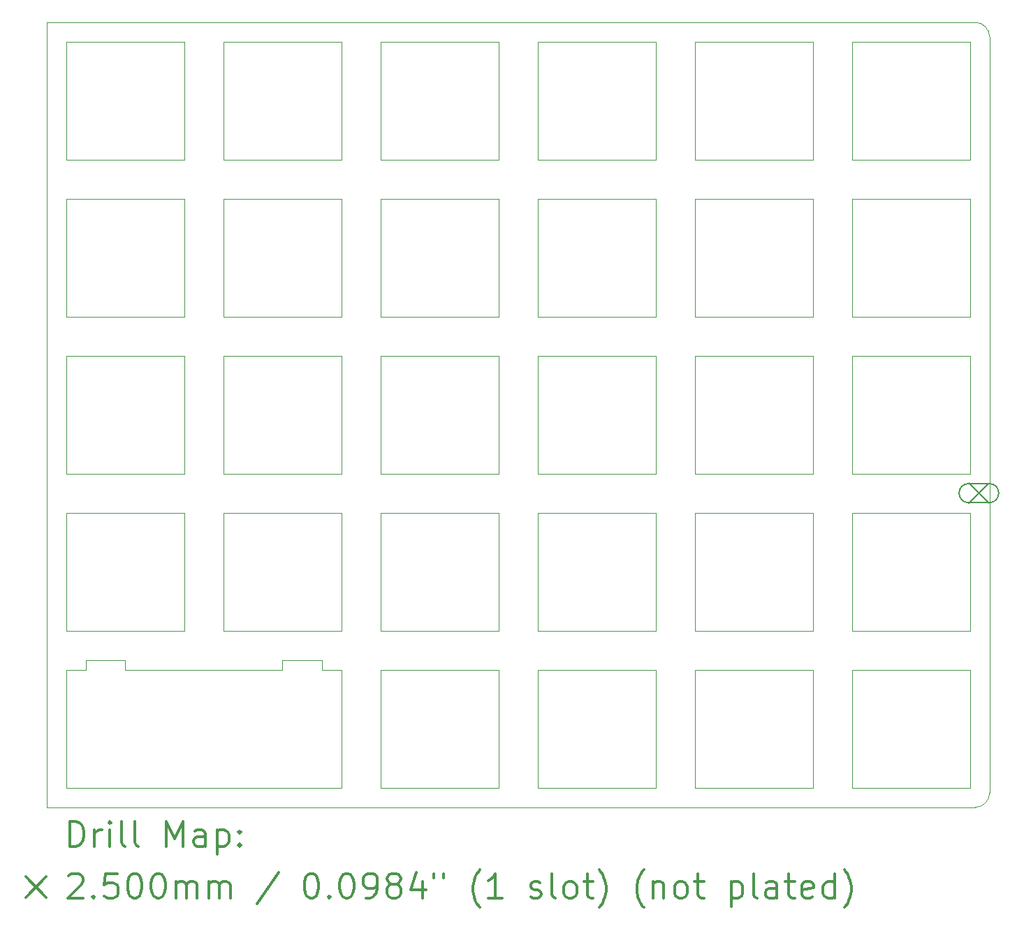
<source format=gbr>
%FSLAX45Y45*%
G04 Gerber Fmt 4.5, Leading zero omitted, Abs format (unit mm)*
G04 Created by KiCad (PCBNEW 5.1.10-88a1d61d58~90~ubuntu21.04.1) date 2021-08-14 22:31:23*
%MOMM*%
%LPD*%
G01*
G04 APERTURE LIST*
%TA.AperFunction,Profile*%
%ADD10C,0.100000*%
%TD*%
%ADD11C,0.200000*%
%ADD12C,0.300000*%
G04 APERTURE END LIST*
D10*
X10239384Y-14525637D02*
X21490799Y-14525637D01*
X10239384Y-5000629D02*
X10239384Y-14525637D01*
X21490799Y-5000629D02*
X10239384Y-5000629D01*
X10477500Y-14287500D02*
X10477500Y-12858750D01*
X13811250Y-14287500D02*
X13811250Y-12858750D01*
X13573136Y-12858761D02*
X13573136Y-12739698D01*
X10715634Y-12739698D02*
X10715634Y-12858761D01*
X13096886Y-12739698D02*
X13096886Y-12858761D01*
X13573136Y-12858761D02*
X13811262Y-12858761D01*
X11191884Y-12739698D02*
X10715634Y-12739698D01*
X10477500Y-12858750D02*
X10715634Y-12858761D01*
X13811250Y-14287500D02*
X10477500Y-14287500D01*
X14287500Y-12858750D02*
X14287500Y-14287500D01*
X17621250Y-14287500D02*
X16192500Y-14287500D01*
X11191884Y-12858761D02*
X11191884Y-12739698D01*
X13573136Y-12739698D02*
X13096886Y-12739698D01*
X18097500Y-12858750D02*
X19526250Y-12858750D01*
X17621250Y-12858750D02*
X17621250Y-14287500D01*
X15716250Y-12858750D02*
X14287500Y-12858750D01*
X16192500Y-12858750D02*
X17621250Y-12858750D01*
X20002500Y-14287500D02*
X20002500Y-12858750D01*
X18097500Y-14287500D02*
X18097500Y-12858750D01*
X19526250Y-14287500D02*
X18097500Y-14287500D01*
X14287500Y-14287500D02*
X15716250Y-14287500D01*
X15716250Y-14287500D02*
X15716250Y-12858750D01*
X16192500Y-14287500D02*
X16192500Y-12858750D01*
X19526250Y-12858750D02*
X19526250Y-14287500D01*
X11191884Y-12858761D02*
X13096886Y-12858761D01*
X10477500Y-10477500D02*
X10477500Y-9048750D01*
X12382500Y-10477500D02*
X13811250Y-10477500D01*
X17621250Y-9048750D02*
X17621250Y-10477500D01*
X10477500Y-12382500D02*
X10477500Y-10953750D01*
X19526250Y-10953750D02*
X19526250Y-12382500D01*
X11906250Y-12382500D02*
X10477500Y-12382500D01*
X10477500Y-10953750D02*
X11906250Y-10953750D01*
X15716250Y-12382500D02*
X15716250Y-10953750D01*
X15716250Y-10953750D02*
X14287500Y-10953750D01*
X12382500Y-12382500D02*
X13811250Y-12382500D01*
X13811250Y-12382500D02*
X13811250Y-10953750D01*
X18097500Y-12382500D02*
X18097500Y-10953750D01*
X16192500Y-12382500D02*
X16192500Y-10953750D01*
X14287500Y-12382500D02*
X15716250Y-12382500D01*
X17621250Y-12382500D02*
X16192500Y-12382500D01*
X11906250Y-10953750D02*
X11906250Y-12382500D01*
X17621250Y-10953750D02*
X17621250Y-12382500D01*
X14287500Y-10953750D02*
X14287500Y-12382500D01*
X12382500Y-10953750D02*
X12382500Y-12382500D01*
X16192500Y-10953750D02*
X17621250Y-10953750D01*
X18097500Y-10953750D02*
X19526250Y-10953750D01*
X19526250Y-12382500D02*
X18097500Y-12382500D01*
X13811250Y-10953750D02*
X12382500Y-10953750D01*
X20002500Y-12382500D02*
X20002500Y-10953750D01*
X11906250Y-10477500D02*
X10477500Y-10477500D01*
X16192500Y-10477500D02*
X16192500Y-9048750D01*
X10477500Y-9048750D02*
X11906250Y-9048750D01*
X18097500Y-9048750D02*
X19526250Y-9048750D01*
X12382500Y-9048750D02*
X12382500Y-10477500D01*
X15716250Y-9048750D02*
X14287500Y-9048750D01*
X14287500Y-9048750D02*
X14287500Y-10477500D01*
X15716250Y-10477500D02*
X15716250Y-9048750D01*
X13811250Y-10477500D02*
X13811250Y-9048750D01*
X14287500Y-10477500D02*
X15716250Y-10477500D01*
X20002500Y-10477500D02*
X20002500Y-9048750D01*
X19526250Y-9048750D02*
X19526250Y-10477500D01*
X11906250Y-8572500D02*
X10477500Y-8572500D01*
X10477500Y-7143750D02*
X11906250Y-7143750D01*
X16192500Y-8572500D02*
X16192500Y-7143750D01*
X19526250Y-7143750D02*
X19526250Y-8572500D01*
X20002500Y-8572500D02*
X20002500Y-7143750D01*
X12382500Y-7143750D02*
X12382500Y-8572500D01*
X20002500Y-6667500D02*
X20002500Y-5238750D01*
X18097500Y-6667500D02*
X18097500Y-5238750D01*
X19526250Y-6667500D02*
X18097500Y-6667500D01*
X19526250Y-5238750D02*
X19526250Y-6667500D01*
X18097500Y-5238750D02*
X19526250Y-5238750D01*
X16192500Y-6667500D02*
X16192500Y-5238750D01*
X17621250Y-6667500D02*
X16192500Y-6667500D01*
X17621250Y-5238750D02*
X17621250Y-6667500D01*
X16192500Y-5238750D02*
X17621250Y-5238750D01*
X15716250Y-5238750D02*
X14287500Y-5238750D01*
X15716250Y-6667500D02*
X15716250Y-5238750D01*
X14287500Y-6667500D02*
X15716250Y-6667500D01*
X14287500Y-5238750D02*
X14287500Y-6667500D01*
X13811250Y-5238750D02*
X12382500Y-5238750D01*
X13811250Y-6667500D02*
X13811250Y-5238750D01*
X12382500Y-6667500D02*
X13811250Y-6667500D01*
X12382500Y-5238750D02*
X12382500Y-6667500D01*
X10477500Y-6667500D02*
X10477500Y-5238750D01*
X11906250Y-6667500D02*
X10477500Y-6667500D01*
X11906250Y-5238750D02*
X11906250Y-6667500D01*
X10477500Y-5238750D02*
X11906250Y-5238750D01*
X18097500Y-10477500D02*
X18097500Y-9048750D01*
X17621250Y-10477500D02*
X16192500Y-10477500D01*
X19526250Y-10477500D02*
X18097500Y-10477500D01*
X16192500Y-9048750D02*
X17621250Y-9048750D01*
X13811250Y-9048750D02*
X12382500Y-9048750D01*
X11906250Y-9048750D02*
X11906250Y-10477500D01*
X12382500Y-8572500D02*
X13811250Y-8572500D01*
X15716250Y-8572500D02*
X15716250Y-7143750D01*
X14287500Y-7143750D02*
X14287500Y-8572500D01*
X14287500Y-8572500D02*
X15716250Y-8572500D01*
X10477500Y-8572500D02*
X10477500Y-7143750D01*
X17621250Y-7143750D02*
X17621250Y-8572500D01*
X15716250Y-7143750D02*
X14287500Y-7143750D01*
X18097500Y-7143750D02*
X19526250Y-7143750D01*
X13811250Y-8572500D02*
X13811250Y-7143750D01*
X13811250Y-7143750D02*
X12382500Y-7143750D01*
X11906250Y-7143750D02*
X11906250Y-8572500D01*
X19526250Y-8572500D02*
X18097500Y-8572500D01*
X16192500Y-7143750D02*
X17621250Y-7143750D01*
X18097500Y-8572500D02*
X18097500Y-7143750D01*
X17621250Y-8572500D02*
X16192500Y-8572500D01*
X20002500Y-9048750D02*
X21431250Y-9048750D01*
X21431250Y-9048750D02*
X21431250Y-10477500D01*
X21431250Y-10477500D02*
X20002500Y-10477509D01*
X21431250Y-7143750D02*
X21431250Y-8572500D01*
X21431250Y-8572500D02*
X20002500Y-8572500D01*
X21431250Y-6667500D02*
X20002500Y-6667500D01*
X21431250Y-5238750D02*
X21431250Y-6667500D01*
X20002500Y-5238750D02*
X21431250Y-5238750D01*
X20002500Y-7143750D02*
X21431250Y-7143750D01*
X21431250Y-14287500D02*
X20002500Y-14287500D01*
X20002500Y-12858750D02*
X21431250Y-12858750D01*
X21431250Y-12858750D02*
X21431250Y-14287500D01*
X20002500Y-10953750D02*
X21431250Y-10953750D01*
X21431250Y-12382500D02*
X20002500Y-12382500D01*
X21431250Y-10953750D02*
X21431250Y-12382500D01*
X21669393Y-5179223D02*
X21669393Y-14347043D01*
X21669393Y-14347043D02*
G75*
G02*
X21490799Y-14525637I-178594J0D01*
G01*
X21490799Y-5000629D02*
G75*
G02*
X21669393Y-5179223I0J-178594D01*
G01*
D11*
X21414200Y-10587450D02*
X21664200Y-10837450D01*
X21664200Y-10587450D02*
X21414200Y-10837450D01*
X21414200Y-10827450D02*
X21664200Y-10827450D01*
X21414200Y-10597450D02*
X21664200Y-10597450D01*
X21664200Y-10827450D02*
G75*
G03*
X21664200Y-10597450I0J115000D01*
G01*
X21414200Y-10597450D02*
G75*
G03*
X21414200Y-10827450I0J-115000D01*
G01*
D12*
X10520812Y-14996351D02*
X10520812Y-14696351D01*
X10592241Y-14696351D01*
X10635098Y-14710637D01*
X10663669Y-14739209D01*
X10677955Y-14767780D01*
X10692241Y-14824923D01*
X10692241Y-14867780D01*
X10677955Y-14924923D01*
X10663669Y-14953494D01*
X10635098Y-14982066D01*
X10592241Y-14996351D01*
X10520812Y-14996351D01*
X10820812Y-14996351D02*
X10820812Y-14796351D01*
X10820812Y-14853494D02*
X10835098Y-14824923D01*
X10849384Y-14810637D01*
X10877955Y-14796351D01*
X10906526Y-14796351D01*
X11006526Y-14996351D02*
X11006526Y-14796351D01*
X11006526Y-14696351D02*
X10992241Y-14710637D01*
X11006526Y-14724923D01*
X11020812Y-14710637D01*
X11006526Y-14696351D01*
X11006526Y-14724923D01*
X11192241Y-14996351D02*
X11163669Y-14982066D01*
X11149384Y-14953494D01*
X11149384Y-14696351D01*
X11349383Y-14996351D02*
X11320812Y-14982066D01*
X11306526Y-14953494D01*
X11306526Y-14696351D01*
X11692241Y-14996351D02*
X11692241Y-14696351D01*
X11792241Y-14910637D01*
X11892241Y-14696351D01*
X11892241Y-14996351D01*
X12163669Y-14996351D02*
X12163669Y-14839209D01*
X12149383Y-14810637D01*
X12120812Y-14796351D01*
X12063669Y-14796351D01*
X12035098Y-14810637D01*
X12163669Y-14982066D02*
X12135098Y-14996351D01*
X12063669Y-14996351D01*
X12035098Y-14982066D01*
X12020812Y-14953494D01*
X12020812Y-14924923D01*
X12035098Y-14896351D01*
X12063669Y-14882066D01*
X12135098Y-14882066D01*
X12163669Y-14867780D01*
X12306526Y-14796351D02*
X12306526Y-15096351D01*
X12306526Y-14810637D02*
X12335098Y-14796351D01*
X12392241Y-14796351D01*
X12420812Y-14810637D01*
X12435098Y-14824923D01*
X12449383Y-14853494D01*
X12449383Y-14939209D01*
X12435098Y-14967780D01*
X12420812Y-14982066D01*
X12392241Y-14996351D01*
X12335098Y-14996351D01*
X12306526Y-14982066D01*
X12577955Y-14967780D02*
X12592241Y-14982066D01*
X12577955Y-14996351D01*
X12563669Y-14982066D01*
X12577955Y-14967780D01*
X12577955Y-14996351D01*
X12577955Y-14810637D02*
X12592241Y-14824923D01*
X12577955Y-14839209D01*
X12563669Y-14824923D01*
X12577955Y-14810637D01*
X12577955Y-14839209D01*
X9984384Y-15365637D02*
X10234384Y-15615637D01*
X10234384Y-15365637D02*
X9984384Y-15615637D01*
X10506526Y-15354923D02*
X10520812Y-15340637D01*
X10549384Y-15326351D01*
X10620812Y-15326351D01*
X10649384Y-15340637D01*
X10663669Y-15354923D01*
X10677955Y-15383494D01*
X10677955Y-15412066D01*
X10663669Y-15454923D01*
X10492241Y-15626351D01*
X10677955Y-15626351D01*
X10806526Y-15597780D02*
X10820812Y-15612066D01*
X10806526Y-15626351D01*
X10792241Y-15612066D01*
X10806526Y-15597780D01*
X10806526Y-15626351D01*
X11092241Y-15326351D02*
X10949384Y-15326351D01*
X10935098Y-15469209D01*
X10949384Y-15454923D01*
X10977955Y-15440637D01*
X11049384Y-15440637D01*
X11077955Y-15454923D01*
X11092241Y-15469209D01*
X11106526Y-15497780D01*
X11106526Y-15569209D01*
X11092241Y-15597780D01*
X11077955Y-15612066D01*
X11049384Y-15626351D01*
X10977955Y-15626351D01*
X10949384Y-15612066D01*
X10935098Y-15597780D01*
X11292241Y-15326351D02*
X11320812Y-15326351D01*
X11349383Y-15340637D01*
X11363669Y-15354923D01*
X11377955Y-15383494D01*
X11392241Y-15440637D01*
X11392241Y-15512066D01*
X11377955Y-15569209D01*
X11363669Y-15597780D01*
X11349383Y-15612066D01*
X11320812Y-15626351D01*
X11292241Y-15626351D01*
X11263669Y-15612066D01*
X11249383Y-15597780D01*
X11235098Y-15569209D01*
X11220812Y-15512066D01*
X11220812Y-15440637D01*
X11235098Y-15383494D01*
X11249383Y-15354923D01*
X11263669Y-15340637D01*
X11292241Y-15326351D01*
X11577955Y-15326351D02*
X11606526Y-15326351D01*
X11635098Y-15340637D01*
X11649383Y-15354923D01*
X11663669Y-15383494D01*
X11677955Y-15440637D01*
X11677955Y-15512066D01*
X11663669Y-15569209D01*
X11649383Y-15597780D01*
X11635098Y-15612066D01*
X11606526Y-15626351D01*
X11577955Y-15626351D01*
X11549383Y-15612066D01*
X11535098Y-15597780D01*
X11520812Y-15569209D01*
X11506526Y-15512066D01*
X11506526Y-15440637D01*
X11520812Y-15383494D01*
X11535098Y-15354923D01*
X11549383Y-15340637D01*
X11577955Y-15326351D01*
X11806526Y-15626351D02*
X11806526Y-15426351D01*
X11806526Y-15454923D02*
X11820812Y-15440637D01*
X11849383Y-15426351D01*
X11892241Y-15426351D01*
X11920812Y-15440637D01*
X11935098Y-15469209D01*
X11935098Y-15626351D01*
X11935098Y-15469209D02*
X11949383Y-15440637D01*
X11977955Y-15426351D01*
X12020812Y-15426351D01*
X12049383Y-15440637D01*
X12063669Y-15469209D01*
X12063669Y-15626351D01*
X12206526Y-15626351D02*
X12206526Y-15426351D01*
X12206526Y-15454923D02*
X12220812Y-15440637D01*
X12249383Y-15426351D01*
X12292241Y-15426351D01*
X12320812Y-15440637D01*
X12335098Y-15469209D01*
X12335098Y-15626351D01*
X12335098Y-15469209D02*
X12349383Y-15440637D01*
X12377955Y-15426351D01*
X12420812Y-15426351D01*
X12449383Y-15440637D01*
X12463669Y-15469209D01*
X12463669Y-15626351D01*
X13049383Y-15312066D02*
X12792241Y-15697780D01*
X13435098Y-15326351D02*
X13463669Y-15326351D01*
X13492241Y-15340637D01*
X13506526Y-15354923D01*
X13520812Y-15383494D01*
X13535098Y-15440637D01*
X13535098Y-15512066D01*
X13520812Y-15569209D01*
X13506526Y-15597780D01*
X13492241Y-15612066D01*
X13463669Y-15626351D01*
X13435098Y-15626351D01*
X13406526Y-15612066D01*
X13392241Y-15597780D01*
X13377955Y-15569209D01*
X13363669Y-15512066D01*
X13363669Y-15440637D01*
X13377955Y-15383494D01*
X13392241Y-15354923D01*
X13406526Y-15340637D01*
X13435098Y-15326351D01*
X13663669Y-15597780D02*
X13677955Y-15612066D01*
X13663669Y-15626351D01*
X13649383Y-15612066D01*
X13663669Y-15597780D01*
X13663669Y-15626351D01*
X13863669Y-15326351D02*
X13892241Y-15326351D01*
X13920812Y-15340637D01*
X13935098Y-15354923D01*
X13949383Y-15383494D01*
X13963669Y-15440637D01*
X13963669Y-15512066D01*
X13949383Y-15569209D01*
X13935098Y-15597780D01*
X13920812Y-15612066D01*
X13892241Y-15626351D01*
X13863669Y-15626351D01*
X13835098Y-15612066D01*
X13820812Y-15597780D01*
X13806526Y-15569209D01*
X13792241Y-15512066D01*
X13792241Y-15440637D01*
X13806526Y-15383494D01*
X13820812Y-15354923D01*
X13835098Y-15340637D01*
X13863669Y-15326351D01*
X14106526Y-15626351D02*
X14163669Y-15626351D01*
X14192241Y-15612066D01*
X14206526Y-15597780D01*
X14235098Y-15554923D01*
X14249383Y-15497780D01*
X14249383Y-15383494D01*
X14235098Y-15354923D01*
X14220812Y-15340637D01*
X14192241Y-15326351D01*
X14135098Y-15326351D01*
X14106526Y-15340637D01*
X14092241Y-15354923D01*
X14077955Y-15383494D01*
X14077955Y-15454923D01*
X14092241Y-15483494D01*
X14106526Y-15497780D01*
X14135098Y-15512066D01*
X14192241Y-15512066D01*
X14220812Y-15497780D01*
X14235098Y-15483494D01*
X14249383Y-15454923D01*
X14420812Y-15454923D02*
X14392241Y-15440637D01*
X14377955Y-15426351D01*
X14363669Y-15397780D01*
X14363669Y-15383494D01*
X14377955Y-15354923D01*
X14392241Y-15340637D01*
X14420812Y-15326351D01*
X14477955Y-15326351D01*
X14506526Y-15340637D01*
X14520812Y-15354923D01*
X14535098Y-15383494D01*
X14535098Y-15397780D01*
X14520812Y-15426351D01*
X14506526Y-15440637D01*
X14477955Y-15454923D01*
X14420812Y-15454923D01*
X14392241Y-15469209D01*
X14377955Y-15483494D01*
X14363669Y-15512066D01*
X14363669Y-15569209D01*
X14377955Y-15597780D01*
X14392241Y-15612066D01*
X14420812Y-15626351D01*
X14477955Y-15626351D01*
X14506526Y-15612066D01*
X14520812Y-15597780D01*
X14535098Y-15569209D01*
X14535098Y-15512066D01*
X14520812Y-15483494D01*
X14506526Y-15469209D01*
X14477955Y-15454923D01*
X14792241Y-15426351D02*
X14792241Y-15626351D01*
X14720812Y-15312066D02*
X14649383Y-15526351D01*
X14835098Y-15526351D01*
X14935098Y-15326351D02*
X14935098Y-15383494D01*
X15049383Y-15326351D02*
X15049383Y-15383494D01*
X15492241Y-15740637D02*
X15477955Y-15726351D01*
X15449383Y-15683494D01*
X15435098Y-15654923D01*
X15420812Y-15612066D01*
X15406526Y-15540637D01*
X15406526Y-15483494D01*
X15420812Y-15412066D01*
X15435098Y-15369209D01*
X15449383Y-15340637D01*
X15477955Y-15297780D01*
X15492241Y-15283494D01*
X15763669Y-15626351D02*
X15592241Y-15626351D01*
X15677955Y-15626351D02*
X15677955Y-15326351D01*
X15649383Y-15369209D01*
X15620812Y-15397780D01*
X15592241Y-15412066D01*
X16106526Y-15612066D02*
X16135098Y-15626351D01*
X16192241Y-15626351D01*
X16220812Y-15612066D01*
X16235098Y-15583494D01*
X16235098Y-15569209D01*
X16220812Y-15540637D01*
X16192241Y-15526351D01*
X16149383Y-15526351D01*
X16120812Y-15512066D01*
X16106526Y-15483494D01*
X16106526Y-15469209D01*
X16120812Y-15440637D01*
X16149383Y-15426351D01*
X16192241Y-15426351D01*
X16220812Y-15440637D01*
X16406526Y-15626351D02*
X16377955Y-15612066D01*
X16363669Y-15583494D01*
X16363669Y-15326351D01*
X16563669Y-15626351D02*
X16535098Y-15612066D01*
X16520812Y-15597780D01*
X16506526Y-15569209D01*
X16506526Y-15483494D01*
X16520812Y-15454923D01*
X16535098Y-15440637D01*
X16563669Y-15426351D01*
X16606526Y-15426351D01*
X16635098Y-15440637D01*
X16649383Y-15454923D01*
X16663669Y-15483494D01*
X16663669Y-15569209D01*
X16649383Y-15597780D01*
X16635098Y-15612066D01*
X16606526Y-15626351D01*
X16563669Y-15626351D01*
X16749383Y-15426351D02*
X16863669Y-15426351D01*
X16792241Y-15326351D02*
X16792241Y-15583494D01*
X16806526Y-15612066D01*
X16835098Y-15626351D01*
X16863669Y-15626351D01*
X16935098Y-15740637D02*
X16949384Y-15726351D01*
X16977955Y-15683494D01*
X16992241Y-15654923D01*
X17006526Y-15612066D01*
X17020812Y-15540637D01*
X17020812Y-15483494D01*
X17006526Y-15412066D01*
X16992241Y-15369209D01*
X16977955Y-15340637D01*
X16949384Y-15297780D01*
X16935098Y-15283494D01*
X17477955Y-15740637D02*
X17463669Y-15726351D01*
X17435098Y-15683494D01*
X17420812Y-15654923D01*
X17406526Y-15612066D01*
X17392241Y-15540637D01*
X17392241Y-15483494D01*
X17406526Y-15412066D01*
X17420812Y-15369209D01*
X17435098Y-15340637D01*
X17463669Y-15297780D01*
X17477955Y-15283494D01*
X17592241Y-15426351D02*
X17592241Y-15626351D01*
X17592241Y-15454923D02*
X17606526Y-15440637D01*
X17635098Y-15426351D01*
X17677955Y-15426351D01*
X17706526Y-15440637D01*
X17720812Y-15469209D01*
X17720812Y-15626351D01*
X17906526Y-15626351D02*
X17877955Y-15612066D01*
X17863669Y-15597780D01*
X17849384Y-15569209D01*
X17849384Y-15483494D01*
X17863669Y-15454923D01*
X17877955Y-15440637D01*
X17906526Y-15426351D01*
X17949384Y-15426351D01*
X17977955Y-15440637D01*
X17992241Y-15454923D01*
X18006526Y-15483494D01*
X18006526Y-15569209D01*
X17992241Y-15597780D01*
X17977955Y-15612066D01*
X17949384Y-15626351D01*
X17906526Y-15626351D01*
X18092241Y-15426351D02*
X18206526Y-15426351D01*
X18135098Y-15326351D02*
X18135098Y-15583494D01*
X18149384Y-15612066D01*
X18177955Y-15626351D01*
X18206526Y-15626351D01*
X18535098Y-15426351D02*
X18535098Y-15726351D01*
X18535098Y-15440637D02*
X18563669Y-15426351D01*
X18620812Y-15426351D01*
X18649384Y-15440637D01*
X18663669Y-15454923D01*
X18677955Y-15483494D01*
X18677955Y-15569209D01*
X18663669Y-15597780D01*
X18649384Y-15612066D01*
X18620812Y-15626351D01*
X18563669Y-15626351D01*
X18535098Y-15612066D01*
X18849384Y-15626351D02*
X18820812Y-15612066D01*
X18806526Y-15583494D01*
X18806526Y-15326351D01*
X19092241Y-15626351D02*
X19092241Y-15469209D01*
X19077955Y-15440637D01*
X19049384Y-15426351D01*
X18992241Y-15426351D01*
X18963669Y-15440637D01*
X19092241Y-15612066D02*
X19063669Y-15626351D01*
X18992241Y-15626351D01*
X18963669Y-15612066D01*
X18949384Y-15583494D01*
X18949384Y-15554923D01*
X18963669Y-15526351D01*
X18992241Y-15512066D01*
X19063669Y-15512066D01*
X19092241Y-15497780D01*
X19192241Y-15426351D02*
X19306526Y-15426351D01*
X19235098Y-15326351D02*
X19235098Y-15583494D01*
X19249384Y-15612066D01*
X19277955Y-15626351D01*
X19306526Y-15626351D01*
X19520812Y-15612066D02*
X19492241Y-15626351D01*
X19435098Y-15626351D01*
X19406526Y-15612066D01*
X19392241Y-15583494D01*
X19392241Y-15469209D01*
X19406526Y-15440637D01*
X19435098Y-15426351D01*
X19492241Y-15426351D01*
X19520812Y-15440637D01*
X19535098Y-15469209D01*
X19535098Y-15497780D01*
X19392241Y-15526351D01*
X19792241Y-15626351D02*
X19792241Y-15326351D01*
X19792241Y-15612066D02*
X19763669Y-15626351D01*
X19706526Y-15626351D01*
X19677955Y-15612066D01*
X19663669Y-15597780D01*
X19649384Y-15569209D01*
X19649384Y-15483494D01*
X19663669Y-15454923D01*
X19677955Y-15440637D01*
X19706526Y-15426351D01*
X19763669Y-15426351D01*
X19792241Y-15440637D01*
X19906526Y-15740637D02*
X19920812Y-15726351D01*
X19949384Y-15683494D01*
X19963669Y-15654923D01*
X19977955Y-15612066D01*
X19992241Y-15540637D01*
X19992241Y-15483494D01*
X19977955Y-15412066D01*
X19963669Y-15369209D01*
X19949384Y-15340637D01*
X19920812Y-15297780D01*
X19906526Y-15283494D01*
M02*

</source>
